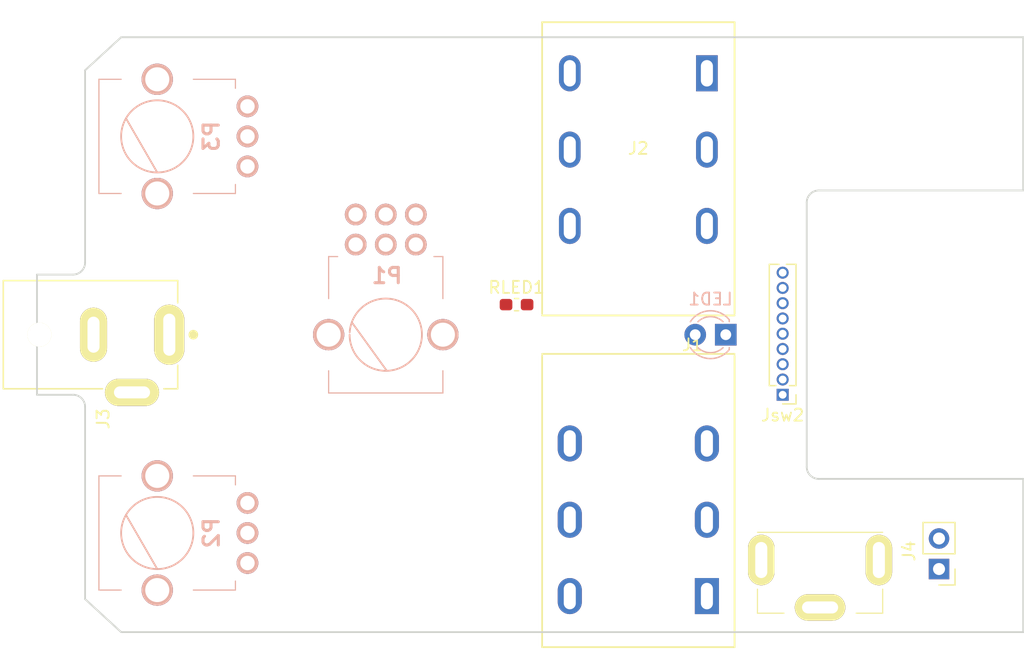
<source format=kicad_pcb>
(kicad_pcb (version 20171130) (host pcbnew "(5.0.1-3-g963ef8bb5)")

  (general
    (thickness 1.6)
    (drawings 18)
    (tracks 0)
    (zones 0)
    (modules 12)
    (nets 27)
  )

  (page A4)
  (layers
    (0 F.Cu signal)
    (31 B.Cu signal)
    (32 B.Adhes user)
    (33 F.Adhes user)
    (34 B.Paste user)
    (35 F.Paste user)
    (36 B.SilkS user)
    (37 F.SilkS user)
    (38 B.Mask user)
    (39 F.Mask user)
    (40 Dwgs.User user)
    (41 Cmts.User user)
    (42 Eco1.User user)
    (43 Eco2.User user)
    (44 Edge.Cuts user)
    (45 Margin user)
    (46 B.CrtYd user)
    (47 F.CrtYd user)
    (48 B.Fab user)
    (49 F.Fab user)
  )

  (setup
    (last_trace_width 0.25)
    (trace_clearance 0.2)
    (zone_clearance 0.508)
    (zone_45_only no)
    (trace_min 0.2)
    (segment_width 0.2)
    (edge_width 0.15)
    (via_size 0.8)
    (via_drill 0.4)
    (via_min_size 0.4)
    (via_min_drill 0.3)
    (uvia_size 0.3)
    (uvia_drill 0.1)
    (uvias_allowed no)
    (uvia_min_size 0.2)
    (uvia_min_drill 0.1)
    (pcb_text_width 0.3)
    (pcb_text_size 1.5 1.5)
    (mod_edge_width 0.15)
    (mod_text_size 1 1)
    (mod_text_width 0.15)
    (pad_size 5 2.5)
    (pad_drill 3.5)
    (pad_to_mask_clearance 0.051)
    (solder_mask_min_width 0.25)
    (aux_axis_origin 0 0)
    (visible_elements FFFFFF7F)
    (pcbplotparams
      (layerselection 0x010fc_ffffffff)
      (usegerberextensions false)
      (usegerberattributes false)
      (usegerberadvancedattributes false)
      (creategerberjobfile false)
      (excludeedgelayer true)
      (linewidth 0.100000)
      (plotframeref false)
      (viasonmask false)
      (mode 1)
      (useauxorigin false)
      (hpglpennumber 1)
      (hpglpenspeed 20)
      (hpglpendiameter 15.000000)
      (psnegative false)
      (psa4output false)
      (plotreference true)
      (plotvalue true)
      (plotinvisibletext false)
      (padsonsilk false)
      (subtractmaskfromsilk false)
      (outputformat 1)
      (mirror false)
      (drillshape 1)
      (scaleselection 1)
      (outputdirectory ""))
  )

  (net 0 "")
  (net 1 /Schematic/+VDC)
  (net 2 "Net-(LED1-Pad2)")
  (net 3 "Net-(Jsw2-Pad4)")
  (net 4 /-BATT)
  (net 5 "Net-(J3-Pad3)")
  (net 6 /Schematic/Fsw1)
  (net 7 /Schematic/Fsw2)
  (net 8 /Schematic/Fsw3)
  (net 9 GND)
  (net 10 /Schematic/Fsw6)
  (net 11 /Schematic/Fsw7)
  (net 12 /Schematic/Fsw8)
  (net 13 /Schematic/Fsw9)
  (net 14 "Net-(P1-Pad1)")
  (net 15 "Net-(P1-Pad2)")
  (net 16 "Net-(P1-Pad3)")
  (net 17 "Net-(P2-Pad1)")
  (net 18 "Net-(P2-Pad2)")
  (net 19 "Net-(P2-Pad3)")
  (net 20 "Net-(P3-Pad1)")
  (net 21 "Net-(P3-Pad2)")
  (net 22 "Net-(P3-Pad3)")
  (net 23 "Net-(J1-Pad6)")
  (net 24 /Schematic/signal_input)
  (net 25 "Net-(J2-Pad5)")
  (net 26 /Schematic/signal_output)

  (net_class Default "This is the default net class."
    (clearance 0.2)
    (trace_width 0.25)
    (via_dia 0.8)
    (via_drill 0.4)
    (uvia_dia 0.3)
    (uvia_drill 0.1)
    (add_net /-BATT)
    (add_net /Schematic/+VDC)
    (add_net /Schematic/Fsw1)
    (add_net /Schematic/Fsw2)
    (add_net /Schematic/Fsw3)
    (add_net /Schematic/Fsw6)
    (add_net /Schematic/Fsw7)
    (add_net /Schematic/Fsw8)
    (add_net /Schematic/Fsw9)
    (add_net /Schematic/signal_input)
    (add_net /Schematic/signal_output)
    (add_net GND)
    (add_net "Net-(J1-Pad6)")
    (add_net "Net-(J2-Pad5)")
    (add_net "Net-(J3-Pad3)")
    (add_net "Net-(Jsw2-Pad4)")
    (add_net "Net-(LED1-Pad2)")
    (add_net "Net-(P1-Pad1)")
    (add_net "Net-(P1-Pad2)")
    (add_net "Net-(P1-Pad3)")
    (add_net "Net-(P2-Pad1)")
    (add_net "Net-(P2-Pad2)")
    (add_net "Net-(P2-Pad3)")
    (add_net "Net-(P3-Pad1)")
    (add_net "Net-(P3-Pad2)")
    (add_net "Net-(P3-Pad3)")
  )

  (module Audio_Components:Jack_6.3mm_Amphenol_ACJS-NHDR_Horizontal (layer F.Cu) (tedit 5C746C5F) (tstamp 5C7315D1)
    (at 146 99.25)
    (descr "NMJ6HCD2, TRS 1/4\\\\\\\\\\\\\\\\ (http://www.neutrik.com/zoolu-website/media/download/2890/Drawing+NMJ6HCD2)")
    (tags "NMJ6HCD2 TRS stereo jack connector")
    (path /5C74E70B)
    (fp_text reference J2 (at 0 10.5) (layer F.SilkS)
      (effects (font (size 1 1) (thickness 0.15)))
    )
    (fp_text value Output (at 0 -1) (layer F.Fab)
      (effects (font (size 1 1) (thickness 0.15)))
    )
    (fp_line (start -8 24.25) (end -8 0) (layer F.SilkS) (width 0.15))
    (fp_line (start 8 24.4) (end -8 24.4) (layer F.SilkS) (width 0.15))
    (fp_line (start 8 0) (end 8 24.25) (layer F.SilkS) (width 0.15))
    (fp_line (start -8 0) (end 8 0) (layer F.SilkS) (width 0.15))
    (fp_line (start -8 24.4) (end 8 24.4) (layer F.Fab) (width 0.1))
    (fp_line (start 8 24.4) (end 8 0) (layer F.Fab) (width 0.1))
    (fp_line (start -8 0) (end 8 0) (layer F.Fab) (width 0.1))
    (fp_line (start -8 24.4) (end -8 0) (layer F.Fab) (width 0.1))
    (fp_text user %R (at 0 10.5) (layer F.Fab)
      (effects (font (size 1 1) (thickness 0.15)))
    )
    (pad 4 thru_hole oval (at -5.7 4.25) (size 1.8 3) (drill oval 1 2.2) (layers *.Cu *.Mask)
      (net 9 GND))
    (pad 6 thru_hole oval (at -5.7 16.95) (size 1.8 3) (drill oval 1 2.2) (layers *.Cu *.Mask))
    (pad 5 thru_hole oval (at -5.7 10.6) (size 1.8 3) (drill oval 1 2.2) (layers *.Cu *.Mask)
      (net 25 "Net-(J2-Pad5)"))
    (pad 1 thru_hole rect (at 5.7 4.25) (size 1.8 3) (drill oval 1 2.2) (layers *.Cu *.Mask)
      (net 9 GND))
    (pad 3 thru_hole oval (at 5.7 16.95) (size 1.8 3) (drill oval 1 2.2) (layers *.Cu *.Mask))
    (pad 2 thru_hole oval (at 5.7 10.6) (size 1.8 3) (drill oval 1 2.2) (layers *.Cu *.Mask)
      (net 26 /Schematic/signal_output))
    (model ${KIAUDIOLIB}/Audio_Components.pretty/3d/ACJS-MHDR.step
      (offset (xyz 0 0 6.5))
      (scale (xyz 1 1 1))
      (rotate (xyz -90 0 0))
    )
  )

  (module Audio_Components:Potentiometer_TT_P0925N-FA_Double_Vertical (layer B.Cu) (tedit 5C7325F8) (tstamp 5C7FA914)
    (at 125 125.25)
    (descr P0915N-FC15AR10K-3)
    (tags "Variable Resistor")
    (path /5C7572D6/5C7746D8)
    (fp_text reference P1 (at 0.1 -4.9) (layer B.SilkS)
      (effects (font (size 1.27 1.27) (thickness 0.254)) (justify mirror))
    )
    (fp_text value Drive (at 0 -4.9) (layer B.SilkS) hide
      (effects (font (size 1.27 1.27) (thickness 0.254)) (justify mirror))
    )
    (fp_arc (start 4.75 0) (end 4.999999 -1.499999) (angle 161.1) (layer Dwgs.User) (width 0.1))
    (fp_arc (start -4.75 0) (end -4.999999 1.499999) (angle 161.1) (layer Dwgs.User) (width 0.1))
    (fp_line (start 5 -11.25) (end 5 -1.5) (layer Dwgs.User) (width 0.1))
    (fp_line (start -5 5) (end -5 1.5) (layer Dwgs.User) (width 0.1))
    (fp_line (start -2.8 -1) (end 0.06818 2.977882) (layer B.SilkS) (width 0.15))
    (fp_arc (start 0 0) (end -3 -0.2) (angle 356.1859252) (layer B.SilkS) (width 0.15))
    (fp_line (start -4.75 4.85) (end 4.75 4.85) (layer Dwgs.User) (width 0.2))
    (fp_line (start 4.75 4.85) (end 4.75 -6.5) (layer Dwgs.User) (width 0.2))
    (fp_line (start 4.75 -6.5) (end -4.75 -6.5) (layer Dwgs.User) (width 0.2))
    (fp_line (start -4.75 -6.5) (end -4.75 4.85) (layer Dwgs.User) (width 0.2))
    (fp_line (start -5 5) (end 5 5) (layer Dwgs.User) (width 0.1))
    (fp_line (start 5 5) (end 5 1.5) (layer Dwgs.User) (width 0.1))
    (fp_line (start 5 -11.25) (end -5 -11.25) (layer Dwgs.User) (width 0.1))
    (fp_line (start -5 -11.25) (end -5 -1.5) (layer Dwgs.User) (width 0.1))
    (fp_line (start -4.75 -3) (end -4.75 -6.5) (layer B.SilkS) (width 0.1))
    (fp_line (start -4.75 -6.5) (end -4 -6.5) (layer B.SilkS) (width 0.1))
    (fp_line (start 4 -6.5) (end 4.75 -6.5) (layer B.SilkS) (width 0.1))
    (fp_line (start 4.75 -6.5) (end 4.75 -3) (layer B.SilkS) (width 0.1))
    (fp_line (start -4.75 3) (end -4.75 4.85) (layer B.SilkS) (width 0.1))
    (fp_line (start -4.75 4.85) (end 4.75 4.85) (layer B.SilkS) (width 0.1))
    (fp_line (start 4.75 4.85) (end 4.75 3) (layer B.SilkS) (width 0.1))
    (pad 3 thru_hole circle (at 2.5 -7.5 270) (size 1.8 1.8) (drill 1.2) (layers *.Cu *.Mask B.SilkS)
      (net 16 "Net-(P1-Pad3)"))
    (pad 2 thru_hole circle (at 0 -7.5 270) (size 1.8 1.8) (drill 1.2) (layers *.Cu *.Mask B.SilkS)
      (net 15 "Net-(P1-Pad2)"))
    (pad 1 thru_hole circle (at -2.5 -7.5 270) (size 1.8 1.8) (drill 1.2) (layers *.Cu *.Mask B.SilkS)
      (net 14 "Net-(P1-Pad1)"))
    (pad 6 thru_hole circle (at 2.5 -10 270) (size 1.8 1.8) (drill 1.2) (layers *.Cu *.Mask B.SilkS))
    (pad 5 thru_hole circle (at 0 -10 270) (size 1.8 1.8) (drill 1.2) (layers *.Cu *.Mask B.SilkS))
    (pad 4 thru_hole circle (at -2.5 -10 270) (size 1.8 1.8) (drill 1.2) (layers *.Cu *.Mask B.SilkS))
    (pad 7 thru_hole circle (at -4.75 0 270) (size 2.6 2.6) (drill 2) (layers *.Cu *.Mask B.SilkS)
      (net 9 GND))
    (pad 7 thru_hole circle (at 4.75 0 270) (size 2.6 2.6) (drill 2) (layers *.Cu *.Mask B.SilkS)
      (net 9 GND))
    (model ${KIAUDIOLIB}/Audio_Components.pretty/3d/P0925N-FA15.step
      (offset (xyz 0 0 10))
      (scale (xyz 1 1 1))
      (rotate (xyz 0 0 0))
    )
  )

  (module Audio_Components:CUI_PJ-057A (layer F.Cu) (tedit 5C732948) (tstamp 5C731601)
    (at 107 125.25 180)
    (path /5C74F00C)
    (fp_text reference J3 (at 5.5 -7 270) (layer F.SilkS)
      (effects (font (size 1.00166 1.00166) (thickness 0.15)))
    )
    (fp_text value 9VDC (at 2.48797 5.78194 180) (layer F.SilkS) hide
      (effects (font (size 1.0012 1.0012) (thickness 0.05)))
    )
    (fp_line (start -1.55 2.35) (end -0.95 2.35) (layer Eco1.User) (width 0.05))
    (fp_line (start -1.55 -2.25) (end -1.55 2.35) (layer Eco1.User) (width 0.05))
    (fp_line (start -0.95 -2.25) (end -1.55 -2.25) (layer Eco1.User) (width 0.05))
    (fp_line (start -0.95 -2.25) (end -0.95 -4.75) (layer Eco1.User) (width 0.05))
    (fp_circle (center -2 0) (end -1.8 0) (layer F.SilkS) (width 0.4))
    (fp_line (start -0.95 4.75) (end -0.95 2.35) (layer Eco1.User) (width 0.05))
    (fp_line (start 14.05 4.75) (end -0.95 4.75) (layer Eco1.User) (width 0.05))
    (fp_line (start 14.05 -4.75) (end 14.05 4.75) (layer Eco1.User) (width 0.05))
    (fp_line (start 5.55 -4.75) (end 14.05 -4.75) (layer Eco1.User) (width 0.05))
    (fp_line (start 5.55 -6.1) (end 5.55 -4.75) (layer Eco1.User) (width 0.05))
    (fp_line (start 0.45 -6.1) (end 5.55 -6.1) (layer Eco1.User) (width 0.05))
    (fp_line (start 0.45 -4.75) (end 0.45 -6.1) (layer Eco1.User) (width 0.05))
    (fp_line (start -0.95 -4.75) (end 0.45 -4.75) (layer Eco1.User) (width 0.05))
    (fp_line (start -0.7 -2.55) (end -0.7 -4.5) (layer F.SilkS) (width 0.127))
    (fp_line (start 5.55 -4.5) (end 13.8 -4.5) (layer F.SilkS) (width 0.127))
    (fp_line (start -0.7 4.5) (end -0.7 2.65) (layer F.SilkS) (width 0.127))
    (fp_line (start -0.7 -4.5) (end 0.45 -4.5) (layer F.SilkS) (width 0.127))
    (fp_line (start 13.8 4.5) (end -0.7 4.5) (layer F.SilkS) (width 0.127))
    (fp_line (start 13.8 -4.5) (end 13.8 4.5) (layer F.SilkS) (width 0.127))
    (pad Hole np_thru_hole circle (at 10.8 0 180) (size 2 2) (drill 2) (layers *.Cu *.Mask F.SilkS))
    (pad 3 thru_hole oval (at 3.1 -4.8) (size 4.5 2.25) (drill oval 3 1) (layers *.Cu *.Mask F.SilkS)
      (net 5 "Net-(J3-Pad3)"))
    (pad 2 thru_hole oval (at 6.3 0 270) (size 4.5 2.25) (drill oval 3 1) (layers *.Cu *.Mask F.SilkS)
      (net 1 /Schematic/+VDC))
    (pad 1 thru_hole oval (at 0 0 270) (size 5 2.5) (drill oval 3.5 1) (layers *.Cu *.Mask F.SilkS)
      (net 9 GND))
    (model ${KIAUDIOLIB}/Audio_Components.pretty/3d/CUI_PJ-057A.step
      (offset (xyz 13.8 0 0))
      (scale (xyz 1 1 1))
      (rotate (xyz -90 0 -90))
    )
  )

  (module LED_THT:LED_D3.0mm (layer B.Cu) (tedit 587A3A7B) (tstamp 5C7FA8AE)
    (at 153.27 125.25 180)
    (descr "LED, diameter 3.0mm, 2 pins")
    (tags "LED diameter 3.0mm 2 pins")
    (path /5C751AE6)
    (fp_text reference LED1 (at 1.27 2.96 180) (layer B.SilkS)
      (effects (font (size 1 1) (thickness 0.15)) (justify mirror))
    )
    (fp_text value RED (at 1.27 -2.96 180) (layer B.Fab)
      (effects (font (size 1 1) (thickness 0.15)) (justify mirror))
    )
    (fp_line (start 3.7 2.25) (end -1.15 2.25) (layer B.CrtYd) (width 0.05))
    (fp_line (start 3.7 -2.25) (end 3.7 2.25) (layer B.CrtYd) (width 0.05))
    (fp_line (start -1.15 -2.25) (end 3.7 -2.25) (layer B.CrtYd) (width 0.05))
    (fp_line (start -1.15 2.25) (end -1.15 -2.25) (layer B.CrtYd) (width 0.05))
    (fp_line (start -0.29 -1.08) (end -0.29 -1.236) (layer B.SilkS) (width 0.12))
    (fp_line (start -0.29 1.236) (end -0.29 1.08) (layer B.SilkS) (width 0.12))
    (fp_line (start -0.23 1.16619) (end -0.23 -1.16619) (layer B.Fab) (width 0.1))
    (fp_circle (center 1.27 0) (end 2.77 0) (layer B.Fab) (width 0.1))
    (fp_arc (start 1.27 0) (end 0.229039 -1.08) (angle 87.9) (layer B.SilkS) (width 0.12))
    (fp_arc (start 1.27 0) (end 0.229039 1.08) (angle -87.9) (layer B.SilkS) (width 0.12))
    (fp_arc (start 1.27 0) (end -0.29 -1.235516) (angle 108.8) (layer B.SilkS) (width 0.12))
    (fp_arc (start 1.27 0) (end -0.29 1.235516) (angle -108.8) (layer B.SilkS) (width 0.12))
    (fp_arc (start 1.27 0) (end -0.23 1.16619) (angle -284.3) (layer B.Fab) (width 0.1))
    (pad 2 thru_hole circle (at 2.54 0 180) (size 1.8 1.8) (drill 0.9) (layers *.Cu *.Mask)
      (net 2 "Net-(LED1-Pad2)"))
    (pad 1 thru_hole rect (at 0 0 180) (size 1.8 1.8) (drill 0.9) (layers *.Cu *.Mask)
      (net 3 "Net-(Jsw2-Pad4)"))
    (model ${KIAUDIOLIB}/Audio_Components.pretty/3d/LED_D3.0mm_LongLeeds.step
      (at (xyz 0 0 0))
      (scale (xyz 1 1 1))
      (rotate (xyz 0 0 0))
    )
  )

  (module Resistor_SMD:R_0603_1608Metric_Pad1.05x0.95mm_HandSolder (layer F.Cu) (tedit 5B301BBD) (tstamp 5C7FA89B)
    (at 135.875 122.75)
    (descr "Resistor SMD 0603 (1608 Metric), square (rectangular) end terminal, IPC_7351 nominal with elongated pad for handsoldering. (Body size source: http://www.tortai-tech.com/upload/download/2011102023233369053.pdf), generated with kicad-footprint-generator")
    (tags "resistor handsolder")
    (path /5C75189E)
    (attr smd)
    (fp_text reference RLED1 (at 0 -1.43) (layer F.SilkS)
      (effects (font (size 1 1) (thickness 0.15)))
    )
    (fp_text value 3.9k (at 0 1.43) (layer F.Fab)
      (effects (font (size 1 1) (thickness 0.15)))
    )
    (fp_text user %R (at 0 0) (layer F.Fab)
      (effects (font (size 0.4 0.4) (thickness 0.06)))
    )
    (fp_line (start 1.65 0.73) (end -1.65 0.73) (layer F.CrtYd) (width 0.05))
    (fp_line (start 1.65 -0.73) (end 1.65 0.73) (layer F.CrtYd) (width 0.05))
    (fp_line (start -1.65 -0.73) (end 1.65 -0.73) (layer F.CrtYd) (width 0.05))
    (fp_line (start -1.65 0.73) (end -1.65 -0.73) (layer F.CrtYd) (width 0.05))
    (fp_line (start -0.171267 0.51) (end 0.171267 0.51) (layer F.SilkS) (width 0.12))
    (fp_line (start -0.171267 -0.51) (end 0.171267 -0.51) (layer F.SilkS) (width 0.12))
    (fp_line (start 0.8 0.4) (end -0.8 0.4) (layer F.Fab) (width 0.1))
    (fp_line (start 0.8 -0.4) (end 0.8 0.4) (layer F.Fab) (width 0.1))
    (fp_line (start -0.8 -0.4) (end 0.8 -0.4) (layer F.Fab) (width 0.1))
    (fp_line (start -0.8 0.4) (end -0.8 -0.4) (layer F.Fab) (width 0.1))
    (pad 2 smd roundrect (at 0.875 0) (size 1.05 0.95) (layers F.Cu F.Paste F.Mask) (roundrect_rratio 0.25)
      (net 2 "Net-(LED1-Pad2)"))
    (pad 1 smd roundrect (at -0.875 0) (size 1.05 0.95) (layers F.Cu F.Paste F.Mask) (roundrect_rratio 0.25)
      (net 1 /Schematic/+VDC))
    (model ${KISYS3DMOD}/Resistor_SMD.3dshapes/R_0603_1608Metric.wrl
      (at (xyz 0 0 0))
      (scale (xyz 1 1 1))
      (rotate (xyz 0 0 0))
    )
  )

  (module Connector_PinHeader_1.27mm:PinHeader_1x09_P1.27mm_Vertical (layer F.Cu) (tedit 59FED6E3) (tstamp 5C731A41)
    (at 158 130.25 180)
    (descr "Through hole straight pin header, 1x09, 1.27mm pitch, single row")
    (tags "Through hole pin header THT 1x09 1.27mm single row")
    (path /5C763B67)
    (fp_text reference Jsw2 (at 0 -1.695 180) (layer F.SilkS)
      (effects (font (size 1 1) (thickness 0.15)))
    )
    (fp_text value Conn_01x09 (at 0 11.855 180) (layer F.Fab)
      (effects (font (size 1 1) (thickness 0.15)))
    )
    (fp_text user %R (at 0 5.08 270) (layer F.Fab)
      (effects (font (size 1 1) (thickness 0.15)))
    )
    (fp_line (start 1.55 -1.15) (end -1.55 -1.15) (layer F.CrtYd) (width 0.05))
    (fp_line (start 1.55 11.3) (end 1.55 -1.15) (layer F.CrtYd) (width 0.05))
    (fp_line (start -1.55 11.3) (end 1.55 11.3) (layer F.CrtYd) (width 0.05))
    (fp_line (start -1.55 -1.15) (end -1.55 11.3) (layer F.CrtYd) (width 0.05))
    (fp_line (start -1.11 -0.76) (end 0 -0.76) (layer F.SilkS) (width 0.12))
    (fp_line (start -1.11 0) (end -1.11 -0.76) (layer F.SilkS) (width 0.12))
    (fp_line (start 0.563471 0.76) (end 1.11 0.76) (layer F.SilkS) (width 0.12))
    (fp_line (start -1.11 0.76) (end -0.563471 0.76) (layer F.SilkS) (width 0.12))
    (fp_line (start 1.11 0.76) (end 1.11 10.855) (layer F.SilkS) (width 0.12))
    (fp_line (start -1.11 0.76) (end -1.11 10.855) (layer F.SilkS) (width 0.12))
    (fp_line (start 0.30753 10.855) (end 1.11 10.855) (layer F.SilkS) (width 0.12))
    (fp_line (start -1.11 10.855) (end -0.30753 10.855) (layer F.SilkS) (width 0.12))
    (fp_line (start -1.05 -0.11) (end -0.525 -0.635) (layer F.Fab) (width 0.1))
    (fp_line (start -1.05 10.795) (end -1.05 -0.11) (layer F.Fab) (width 0.1))
    (fp_line (start 1.05 10.795) (end -1.05 10.795) (layer F.Fab) (width 0.1))
    (fp_line (start 1.05 -0.635) (end 1.05 10.795) (layer F.Fab) (width 0.1))
    (fp_line (start -0.525 -0.635) (end 1.05 -0.635) (layer F.Fab) (width 0.1))
    (pad 9 thru_hole oval (at 0 10.16 180) (size 1 1) (drill 0.65) (layers *.Cu *.Mask)
      (net 13 /Schematic/Fsw9))
    (pad 8 thru_hole oval (at 0 8.89 180) (size 1 1) (drill 0.65) (layers *.Cu *.Mask)
      (net 12 /Schematic/Fsw8))
    (pad 7 thru_hole oval (at 0 7.62 180) (size 1 1) (drill 0.65) (layers *.Cu *.Mask)
      (net 11 /Schematic/Fsw7))
    (pad 6 thru_hole oval (at 0 6.35 180) (size 1 1) (drill 0.65) (layers *.Cu *.Mask)
      (net 10 /Schematic/Fsw6))
    (pad 5 thru_hole oval (at 0 5.08 180) (size 1 1) (drill 0.65) (layers *.Cu *.Mask)
      (net 9 GND))
    (pad 4 thru_hole oval (at 0 3.81 180) (size 1 1) (drill 0.65) (layers *.Cu *.Mask)
      (net 3 "Net-(Jsw2-Pad4)"))
    (pad 3 thru_hole oval (at 0 2.54 180) (size 1 1) (drill 0.65) (layers *.Cu *.Mask)
      (net 8 /Schematic/Fsw3))
    (pad 2 thru_hole oval (at 0 1.27 180) (size 1 1) (drill 0.65) (layers *.Cu *.Mask)
      (net 7 /Schematic/Fsw2))
    (pad 1 thru_hole rect (at 0 0 180) (size 1 1) (drill 0.65) (layers *.Cu *.Mask)
      (net 6 /Schematic/Fsw1))
    (model ${KISYS3DMOD}/Connector_PinHeader_1.27mm.3dshapes/PinHeader_1x09_P1.27mm_Vertical.wrl
      (at (xyz 0 0 0))
      (scale (xyz 1 1 1))
      (rotate (xyz 0 0 0))
    )
  )

  (module Connector_PinHeader_2.54mm:PinHeader_1x02_P2.54mm_Vertical (layer F.Cu) (tedit 59FED5CC) (tstamp 5C731A0E)
    (at 171 144.75 180)
    (descr "Through hole straight pin header, 1x02, 2.54mm pitch, single row")
    (tags "Through hole pin header THT 1x02 2.54mm single row")
    (path /5C74F418)
    (fp_text reference J4 (at 2.5 1.5 90) (layer F.SilkS)
      (effects (font (size 1 1) (thickness 0.15)))
    )
    (fp_text value "9V BATT" (at 0 4.87 180) (layer F.Fab)
      (effects (font (size 1 1) (thickness 0.15)))
    )
    (fp_text user %R (at 0 1.27 270) (layer F.Fab)
      (effects (font (size 1 1) (thickness 0.15)))
    )
    (fp_line (start 1.8 -1.8) (end -1.8 -1.8) (layer F.CrtYd) (width 0.05))
    (fp_line (start 1.8 4.35) (end 1.8 -1.8) (layer F.CrtYd) (width 0.05))
    (fp_line (start -1.8 4.35) (end 1.8 4.35) (layer F.CrtYd) (width 0.05))
    (fp_line (start -1.8 -1.8) (end -1.8 4.35) (layer F.CrtYd) (width 0.05))
    (fp_line (start -1.33 -1.33) (end 0 -1.33) (layer F.SilkS) (width 0.12))
    (fp_line (start -1.33 0) (end -1.33 -1.33) (layer F.SilkS) (width 0.12))
    (fp_line (start -1.33 1.27) (end 1.33 1.27) (layer F.SilkS) (width 0.12))
    (fp_line (start 1.33 1.27) (end 1.33 3.87) (layer F.SilkS) (width 0.12))
    (fp_line (start -1.33 1.27) (end -1.33 3.87) (layer F.SilkS) (width 0.12))
    (fp_line (start -1.33 3.87) (end 1.33 3.87) (layer F.SilkS) (width 0.12))
    (fp_line (start -1.27 -0.635) (end -0.635 -1.27) (layer F.Fab) (width 0.1))
    (fp_line (start -1.27 3.81) (end -1.27 -0.635) (layer F.Fab) (width 0.1))
    (fp_line (start 1.27 3.81) (end -1.27 3.81) (layer F.Fab) (width 0.1))
    (fp_line (start 1.27 -1.27) (end 1.27 3.81) (layer F.Fab) (width 0.1))
    (fp_line (start -0.635 -1.27) (end 1.27 -1.27) (layer F.Fab) (width 0.1))
    (pad 2 thru_hole oval (at 0 2.54 180) (size 1.7 1.7) (drill 1) (layers *.Cu *.Mask)
      (net 4 /-BATT))
    (pad 1 thru_hole rect (at 0 0 180) (size 1.7 1.7) (drill 1) (layers *.Cu *.Mask)
      (net 5 "Net-(J3-Pad3)"))
    (model ${KISYS3DMOD}/Connector_PinHeader_2.54mm.3dshapes/PinHeader_1x02_P2.54mm_Vertical.wrl
      (at (xyz 0 0 0))
      (scale (xyz 1 1 1))
      (rotate (xyz 0 0 0))
    )
  )

  (module Audio_Components:MountingHole_3.2mm (layer F.Cu) (tedit 5C328C0D) (tstamp 5C73162B)
    (at 175 143.5)
    (descr "Mounting Hole 3.2mm, no annular, M3")
    (tags "mounting hole 3.2mm no annular m3")
    (path /5C7502EE)
    (attr virtual)
    (fp_text reference H1 (at 0 -2.5) (layer F.SilkS) hide
      (effects (font (size 1 1) (thickness 0.15)))
    )
    (fp_text value MountingHole (at 0 4.2) (layer F.Fab) hide
      (effects (font (size 1 1) (thickness 0.15)))
    )
    (fp_text user %R (at 0.3 0) (layer F.Fab)
      (effects (font (size 1 1) (thickness 0.15)))
    )
    (pad "" np_thru_hole circle (at 0 0) (size 3.2 3.2) (drill 3.2) (layers *.Cu *.Mask))
  )

  (module Audio_Components:Jack_6.3mm_Amphenol_ACJS-NHDR_Horizontal (layer F.Cu) (tedit 5C732551) (tstamp 5C7315BF)
    (at 146 151.25 180)
    (descr "NMJ6HCD2, TRS 1/4\\\\\\\\\\\\\\\\ (http://www.neutrik.com/zoolu-website/media/download/2890/Drawing+NMJ6HCD2)")
    (tags "NMJ6HCD2 TRS stereo jack connector")
    (path /5C74E287)
    (fp_text reference J1 (at -4.5 25.15 180) (layer F.SilkS)
      (effects (font (size 1 1) (thickness 0.15)))
    )
    (fp_text value Input (at 0 -1 180) (layer F.Fab)
      (effects (font (size 1 1) (thickness 0.15)))
    )
    (fp_line (start -8 24.25) (end -8 0) (layer F.SilkS) (width 0.15))
    (fp_line (start 8 24.4) (end -8 24.4) (layer F.SilkS) (width 0.15))
    (fp_line (start 8 0) (end 8 24.25) (layer F.SilkS) (width 0.15))
    (fp_line (start -8 0) (end 8 0) (layer F.SilkS) (width 0.15))
    (fp_line (start -8 24.4) (end 8 24.4) (layer F.Fab) (width 0.1))
    (fp_line (start 8 24.4) (end 8 0) (layer F.Fab) (width 0.1))
    (fp_line (start -8 0) (end 8 0) (layer F.Fab) (width 0.1))
    (fp_line (start -8 24.4) (end -8 0) (layer F.Fab) (width 0.1))
    (fp_text user %R (at 0 10.5 180) (layer F.Fab)
      (effects (font (size 1 1) (thickness 0.15)))
    )
    (pad 1 thru_hole rect (at -5.7 4.25 180) (size 2 3) (drill oval 1 2.2) (layers *.Cu *.Mask)
      (net 9 GND))
    (pad 2 thru_hole oval (at -5.7 16.95 180) (size 2 3) (drill oval 1 2.2) (layers *.Cu *.Mask)
      (net 24 /Schematic/signal_input))
    (pad 3 thru_hole oval (at -5.7 10.6 180) (size 2 3) (drill oval 1 2.2) (layers *.Cu *.Mask)
      (net 4 /-BATT))
    (pad 4 thru_hole oval (at 5.7 4.25 180) (size 2 3) (drill oval 1 2.2) (layers *.Cu *.Mask)
      (net 9 GND))
    (pad 5 thru_hole oval (at 5.7 16.95 180) (size 2 3) (drill oval 1 2.2) (layers *.Cu *.Mask)
      (net 9 GND))
    (pad 6 thru_hole oval (at 5.7 10.6 180) (size 2 3) (drill oval 1 2.2) (layers *.Cu *.Mask)
      (net 23 "Net-(J1-Pad6)"))
    (model ${KIAUDIOLIB}/Audio_Components.pretty/3d/ACJS-MHDR.step
      (offset (xyz 0 0 6.5))
      (scale (xyz 1 1 1))
      (rotate (xyz -90 0 0))
    )
  )

  (module Audio_Components:Potentiometer_TT_P0915N-FC_Single_Vertical (layer B.Cu) (tedit 5C73259C) (tstamp 5C7315A2)
    (at 106 141.75 270)
    (descr P0915N-FC15AR10K-3)
    (tags "Variable Resistor")
    (path /5C7572D6/5C77463D)
    (fp_text reference P2 (at 0 -4.5 270) (layer B.SilkS)
      (effects (font (size 1.27 1.27) (thickness 0.254)) (justify mirror))
    )
    (fp_text value Tone (at -2.5 2.6 270) (layer B.SilkS) hide
      (effects (font (size 1.27 1.27) (thickness 0.254)) (justify mirror))
    )
    (fp_arc (start -4.75 0) (end -4.999999 1.499999) (angle 161.1) (layer Dwgs.User) (width 0.1))
    (fp_arc (start 4.75 0) (end 4.999999 -1.499999) (angle 161.1) (layer Dwgs.User) (width 0.1))
    (fp_line (start -5 -1.5) (end -5 -8.75) (layer Dwgs.User) (width 0.1))
    (fp_line (start -5 5) (end -5 1.5) (layer Dwgs.User) (width 0.1))
    (fp_line (start 5 5) (end 5 1.5) (layer Dwgs.User) (width 0.1))
    (fp_arc (start 0 0) (end -1.499999 2.599999) (angle 359.6681109) (layer B.SilkS) (width 0.15))
    (fp_line (start 3 0) (end -1.5 2.6) (layer B.SilkS) (width 0.15))
    (fp_line (start -4.75 4.85) (end 4.75 4.85) (layer Dwgs.User) (width 0.2))
    (fp_line (start 4.75 4.85) (end 4.75 -6.5) (layer Dwgs.User) (width 0.2))
    (fp_line (start 4.75 -6.5) (end -4.75 -6.5) (layer Dwgs.User) (width 0.2))
    (fp_line (start -4.75 -6.5) (end -4.75 4.85) (layer Dwgs.User) (width 0.2))
    (fp_line (start -5 5) (end 5 5) (layer Dwgs.User) (width 0.1))
    (fp_line (start 5 -1.5) (end 5 -8.75) (layer Dwgs.User) (width 0.1))
    (fp_line (start 5 -8.75) (end -5 -8.75) (layer Dwgs.User) (width 0.1))
    (fp_line (start -4.75 -3) (end -4.75 -6.5) (layer B.SilkS) (width 0.1))
    (fp_line (start -4.75 -6.5) (end -4 -6.5) (layer B.SilkS) (width 0.1))
    (fp_line (start 4 -6.5) (end 4.75 -6.5) (layer B.SilkS) (width 0.1))
    (fp_line (start 4.75 -6.5) (end 4.75 -3) (layer B.SilkS) (width 0.1))
    (fp_line (start -4.75 3) (end -4.75 4.85) (layer B.SilkS) (width 0.1))
    (fp_line (start -4.75 4.85) (end 4.75 4.85) (layer B.SilkS) (width 0.1))
    (fp_line (start 4.75 4.85) (end 4.75 3) (layer B.SilkS) (width 0.1))
    (pad 3 thru_hole circle (at 2.5 -7.5 180) (size 1.8 1.8) (drill 1.2) (layers *.Cu *.Mask B.SilkS)
      (net 19 "Net-(P2-Pad3)"))
    (pad 2 thru_hole circle (at 0 -7.5 180) (size 1.8 1.8) (drill 1.2) (layers *.Cu *.Mask B.SilkS)
      (net 18 "Net-(P2-Pad2)"))
    (pad 1 thru_hole circle (at -2.5 -7.5 180) (size 1.8 1.8) (drill 1.2) (layers *.Cu *.Mask B.SilkS)
      (net 17 "Net-(P2-Pad1)"))
    (pad 7 thru_hole circle (at -4.75 0 180) (size 2.6 2.6) (drill 2) (layers *.Cu *.Mask B.SilkS)
      (net 9 GND))
    (pad 7 thru_hole circle (at 4.75 0 180) (size 2.6 2.6) (drill 2) (layers *.Cu *.Mask B.SilkS)
      (net 9 GND))
    (model ${KIAUDIOLIB}/Audio_Components.pretty/3d/P0915N-FC15.step
      (offset (xyz 0 0 10))
      (scale (xyz 1 1 1))
      (rotate (xyz 0 0 0))
    )
  )

  (module Audio_Components:Potentiometer_TT_P0915N-FC_Single_Vertical (layer B.Cu) (tedit 5C73259C) (tstamp 5C731585)
    (at 106 108.75 270)
    (descr P0915N-FC15AR10K-3)
    (tags "Variable Resistor")
    (path /5C7572D6/5C774552)
    (fp_text reference P3 (at 0 -4.5 270) (layer B.SilkS)
      (effects (font (size 1.27 1.27) (thickness 0.254)) (justify mirror))
    )
    (fp_text value Volume (at -2.5 2.6 270) (layer B.SilkS) hide
      (effects (font (size 1.27 1.27) (thickness 0.254)) (justify mirror))
    )
    (fp_arc (start -4.75 0) (end -4.999999 1.499999) (angle 161.1) (layer Dwgs.User) (width 0.1))
    (fp_arc (start 4.75 0) (end 4.999999 -1.499999) (angle 161.1) (layer Dwgs.User) (width 0.1))
    (fp_line (start -5 -1.5) (end -5 -8.75) (layer Dwgs.User) (width 0.1))
    (fp_line (start -5 5) (end -5 1.5) (layer Dwgs.User) (width 0.1))
    (fp_line (start 5 5) (end 5 1.5) (layer Dwgs.User) (width 0.1))
    (fp_arc (start 0 0) (end -1.499999 2.599999) (angle 359.6681109) (layer B.SilkS) (width 0.15))
    (fp_line (start 3 0) (end -1.5 2.6) (layer B.SilkS) (width 0.15))
    (fp_line (start -4.75 4.85) (end 4.75 4.85) (layer Dwgs.User) (width 0.2))
    (fp_line (start 4.75 4.85) (end 4.75 -6.5) (layer Dwgs.User) (width 0.2))
    (fp_line (start 4.75 -6.5) (end -4.75 -6.5) (layer Dwgs.User) (width 0.2))
    (fp_line (start -4.75 -6.5) (end -4.75 4.85) (layer Dwgs.User) (width 0.2))
    (fp_line (start -5 5) (end 5 5) (layer Dwgs.User) (width 0.1))
    (fp_line (start 5 -1.5) (end 5 -8.75) (layer Dwgs.User) (width 0.1))
    (fp_line (start 5 -8.75) (end -5 -8.75) (layer Dwgs.User) (width 0.1))
    (fp_line (start -4.75 -3) (end -4.75 -6.5) (layer B.SilkS) (width 0.1))
    (fp_line (start -4.75 -6.5) (end -4 -6.5) (layer B.SilkS) (width 0.1))
    (fp_line (start 4 -6.5) (end 4.75 -6.5) (layer B.SilkS) (width 0.1))
    (fp_line (start 4.75 -6.5) (end 4.75 -3) (layer B.SilkS) (width 0.1))
    (fp_line (start -4.75 3) (end -4.75 4.85) (layer B.SilkS) (width 0.1))
    (fp_line (start -4.75 4.85) (end 4.75 4.85) (layer B.SilkS) (width 0.1))
    (fp_line (start 4.75 4.85) (end 4.75 3) (layer B.SilkS) (width 0.1))
    (pad 3 thru_hole circle (at 2.5 -7.5 180) (size 1.8 1.8) (drill 1.2) (layers *.Cu *.Mask B.SilkS)
      (net 22 "Net-(P3-Pad3)"))
    (pad 2 thru_hole circle (at 0 -7.5 180) (size 1.8 1.8) (drill 1.2) (layers *.Cu *.Mask B.SilkS)
      (net 21 "Net-(P3-Pad2)"))
    (pad 1 thru_hole circle (at -2.5 -7.5 180) (size 1.8 1.8) (drill 1.2) (layers *.Cu *.Mask B.SilkS)
      (net 20 "Net-(P3-Pad1)"))
    (pad 7 thru_hole circle (at -4.75 0 180) (size 2.6 2.6) (drill 2) (layers *.Cu *.Mask B.SilkS)
      (net 9 GND))
    (pad 7 thru_hole circle (at 4.75 0 180) (size 2.6 2.6) (drill 2) (layers *.Cu *.Mask B.SilkS)
      (net 9 GND))
    (model ${KIAUDIOLIB}/Audio_Components.pretty/3d/P0915N-FC15.step
      (offset (xyz 0 0 10))
      (scale (xyz 1 1 1))
      (rotate (xyz 0 0 0))
    )
  )

  (module Audio_Components:BatteryHolder_Keystone_629 (layer F.Cu) (tedit 5C7324C6) (tstamp 5C731554)
    (at 166 144 180)
    (descr 629-1)
    (tags "Undefined or Miscellaneous")
    (path /5C76185D)
    (fp_text reference CH1 (at 4.89 -1.27 180) (layer F.SilkS) hide
      (effects (font (size 1.27 1.27) (thickness 0.254)))
    )
    (fp_text value Chassis_GND (at 4.89 0.635 180) (layer F.SilkS) hide
      (effects (font (size 1.27 1.27) (thickness 0.254)))
    )
    (fp_line (start -0.315 -4.425) (end 10.095 -4.425) (layer Dwgs.User) (width 0.2))
    (fp_line (start 10.095 -4.425) (end 10.095 2.305) (layer Dwgs.User) (width 0.2))
    (fp_line (start 10.095 2.305) (end -0.315 2.305) (layer Dwgs.User) (width 0.2))
    (fp_line (start -0.315 2.305) (end -0.315 -4.425) (layer Dwgs.User) (width 0.2))
    (fp_line (start -0.315 2.305) (end 9.97 2.305) (layer F.SilkS) (width 0.1))
    (fp_line (start 9.97 2.305) (end 10.095 2.305) (layer F.SilkS) (width 0.1))
    (fp_line (start -0.315 -2.425) (end -0.315 -4.425) (layer F.SilkS) (width 0.1))
    (fp_line (start -0.315 -4.425) (end 1.89 -4.425) (layer F.SilkS) (width 0.1))
    (fp_line (start 7.89 -4.425) (end 10.095 -4.425) (layer F.SilkS) (width 0.1))
    (fp_line (start 10.095 -4.425) (end 10.095 -2.425) (layer F.SilkS) (width 0.1))
    (pad 1 thru_hole oval (at 0 0 270) (size 4.2 2.2) (drill oval 3 1) (layers *.Cu *.Mask F.SilkS)
      (net 9 GND))
    (pad 1 thru_hole oval (at 9.78 0 270) (size 4.2 2.2) (drill oval 3 1) (layers *.Cu *.Mask F.SilkS)
      (net 9 GND))
    (pad 1 thru_hole oval (at 4.89 -3.945 180) (size 4.2 2.2) (drill oval 3 1) (layers *.Cu *.Mask F.SilkS)
      (net 9 GND))
    (model ${KIAUDIOLIB}/Audio_Components.pretty/3d/Keystone_629.step
      (at (xyz 0 0 0))
      (scale (xyz 1 1 1))
      (rotate (xyz 0 0 0))
    )
  )

  (gr_line (start 178 150) (end 103 150) (layer Edge.Cuts) (width 0.15) (tstamp 5C731BDB))
  (gr_line (start 178 100.5) (end 178 113.25) (layer Edge.Cuts) (width 0.15) (tstamp 5C731BDA))
  (gr_line (start 178 137.25) (end 178 150) (layer Edge.Cuts) (width 0.15) (tstamp 5C731BD5))
  (gr_line (start 178 137.25) (end 161 137.25) (layer Edge.Cuts) (width 0.15) (tstamp 5C731BCF))
  (gr_line (start 161 113.25) (end 178 113.25) (layer Edge.Cuts) (width 0.15) (tstamp 5C731BCE))
  (gr_arc (start 161 136.25) (end 160 136.25) (angle -90) (layer Edge.Cuts) (width 0.15) (tstamp 5C731BCD))
  (gr_arc (start 161 114.25) (end 161 113.25) (angle -90) (layer Edge.Cuts) (width 0.15) (tstamp 5C731BCC))
  (gr_line (start 160 136.25) (end 160 114.25) (layer Edge.Cuts) (width 0.15) (tstamp 5C731BCA))
  (gr_line (start 103 100.5) (end 178 100.5) (layer Edge.Cuts) (width 0.15) (tstamp 5C731BC9))
  (gr_line (start 100 147.25) (end 103 150) (layer Edge.Cuts) (width 0.15) (tstamp 5C731BC8))
  (gr_line (start 100 103.25) (end 103 100.5) (layer Edge.Cuts) (width 0.15) (tstamp 5C731BC7))
  (gr_line (start 96 120.25) (end 96 130.25) (layer Edge.Cuts) (width 0.15) (tstamp 5C731BC3))
  (gr_line (start 96 130.25) (end 99 130.25) (layer Edge.Cuts) (width 0.15) (tstamp 5C731BC2))
  (gr_line (start 96 120.25) (end 99 120.25) (layer Edge.Cuts) (width 0.15) (tstamp 5C731BC1))
  (gr_arc (start 99 119.25) (end 99 120.25) (angle -90) (layer Edge.Cuts) (width 0.15) (tstamp 5C731BC0))
  (gr_arc (start 99 131.25) (end 100 131.25) (angle -90) (layer Edge.Cuts) (width 0.15) (tstamp 5C731BBF))
  (gr_line (start 100 103.25) (end 100 119.25) (layer Edge.Cuts) (width 0.15) (tstamp 5C731BBE))
  (gr_line (start 100 131.25) (end 100 147.25) (layer Edge.Cuts) (width 0.15) (tstamp 5C731BBD))

)

</source>
